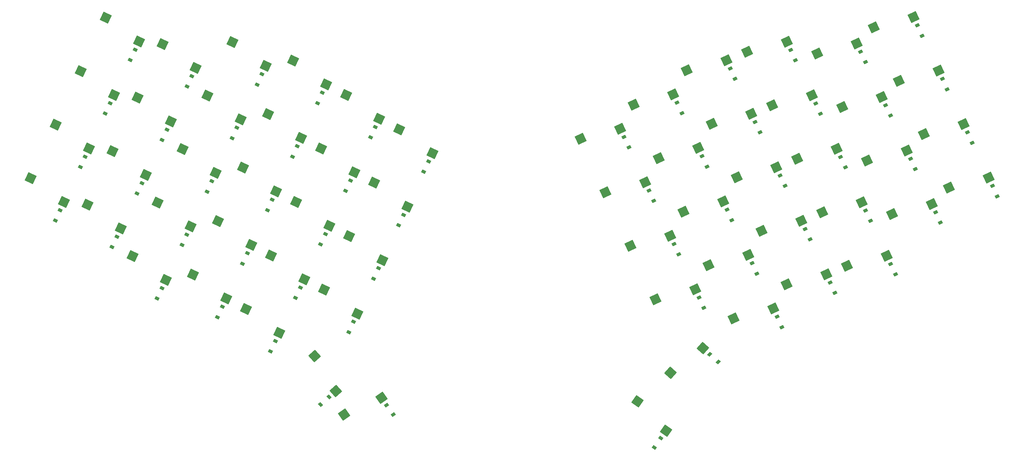
<source format=gbp>
%TF.GenerationSoftware,KiCad,Pcbnew,8.0.7*%
%TF.CreationDate,2024-12-23T04:42:48-05:00*%
%TF.ProjectId,choc,63686f63-2e6b-4696-9361-645f70636258,v1.0.0*%
%TF.SameCoordinates,Original*%
%TF.FileFunction,Paste,Bot*%
%TF.FilePolarity,Positive*%
%FSLAX46Y46*%
G04 Gerber Fmt 4.6, Leading zero omitted, Abs format (unit mm)*
G04 Created by KiCad (PCBNEW 8.0.7) date 2024-12-23 04:42:48*
%MOMM*%
%LPD*%
G01*
G04 APERTURE LIST*
G04 Aperture macros list*
%AMRotRect*
0 Rectangle, with rotation*
0 The origin of the aperture is its center*
0 $1 length*
0 $2 width*
0 $3 Rotation angle, in degrees counterclockwise*
0 Add horizontal line*
21,1,$1,$2,0,0,$3*%
G04 Aperture macros list end*
%ADD10RotRect,2.600000X2.600000X25.000000*%
%ADD11RotRect,0.900000X1.200000X115.000000*%
%ADD12RotRect,0.900000X1.200000X65.000000*%
%ADD13RotRect,2.600000X2.600000X335.000000*%
%ADD14RotRect,0.900000X1.200000X138.000000*%
%ADD15RotRect,0.900000X1.200000X55.000000*%
%ADD16RotRect,0.900000X1.200000X42.000000*%
%ADD17RotRect,2.600000X2.600000X325.000000*%
%ADD18RotRect,2.600000X2.600000X48.000000*%
%ADD19RotRect,0.900000X1.200000X125.000000*%
%ADD20RotRect,2.600000X2.600000X35.000000*%
%ADD21RotRect,2.600000X2.600000X312.000000*%
G04 APERTURE END LIST*
D10*
X257846357Y-127938426D03*
X269243974Y-125051062D03*
D11*
X293290956Y-176619976D03*
X291896316Y-173629156D03*
X347979662Y-123533766D03*
X346585022Y-120542946D03*
X286106447Y-161212747D03*
X284711807Y-158221927D03*
D10*
X324959566Y-144088273D03*
X336357183Y-141200909D03*
X283288931Y-97316940D03*
X294686548Y-94429576D03*
D12*
X138261142Y-158334178D03*
X139655782Y-155343358D03*
D10*
X265030873Y-143345659D03*
X276428490Y-140458295D03*
X242589365Y-137811325D03*
X253986982Y-134923961D03*
D13*
X168914991Y-150450408D03*
X178453086Y-157325526D03*
D11*
X286994421Y-120525385D03*
X285599781Y-117534565D03*
X308547950Y-166747080D03*
X307153310Y-163756260D03*
D10*
X265918848Y-102658298D03*
X277316465Y-99770934D03*
D12*
X146333625Y-183614312D03*
X147728265Y-180623492D03*
D13*
X106661901Y-156177717D03*
X116199996Y-163052835D03*
D10*
X312026975Y-158945869D03*
X323424592Y-156058505D03*
D13*
X152770025Y-99890148D03*
X162308120Y-106765266D03*
X183284016Y-119635949D03*
X192822111Y-126511067D03*
D11*
X355164175Y-138940999D03*
X353769535Y-135950179D03*
X338850635Y-146548130D03*
X337455995Y-143557310D03*
D10*
X297657954Y-128131400D03*
X309055571Y-125244036D03*
D13*
X84600271Y-118305768D03*
X94138366Y-125180886D03*
X121030923Y-125363249D03*
X130569018Y-132238367D03*
D10*
X280287863Y-133472765D03*
X291685480Y-130585401D03*
D12*
X153518143Y-168207080D03*
X154912783Y-165216260D03*
D10*
X250661850Y-112531197D03*
X262059467Y-109643833D03*
D13*
X138401001Y-130704615D03*
X147939096Y-137579733D03*
D12*
X107958464Y-138135230D03*
X109353104Y-135144410D03*
D13*
X124031986Y-161519078D03*
X133570081Y-168394196D03*
X93729303Y-141320127D03*
X103267398Y-148195245D03*
D12*
X142444587Y-106771126D03*
X143839227Y-103780306D03*
X128075564Y-137585591D03*
X129470204Y-134594771D03*
D13*
X128215433Y-109956019D03*
X137753528Y-116831137D03*
X77415766Y-133712995D03*
X86953861Y-140588113D03*
D11*
X297179992Y-99776789D03*
X295785352Y-96785969D03*
D12*
X145445652Y-142926950D03*
X146840292Y-139936130D03*
X167887160Y-137392610D03*
X169281800Y-134401790D03*
X168775133Y-178079974D03*
X170169773Y-175089154D03*
X190328665Y-131858280D03*
X191723305Y-128867460D03*
D13*
X139288983Y-171391978D03*
X148827078Y-178267096D03*
D11*
X279809910Y-105118152D03*
X278415270Y-102127332D03*
D13*
X153657999Y-140577512D03*
X163196094Y-147452630D03*
X91784788Y-102898534D03*
X101322883Y-109773652D03*
X146473492Y-155984749D03*
X156011587Y-162859867D03*
D11*
X340795151Y-108126541D03*
X339400511Y-105135721D03*
X249295924Y-124863948D03*
X247901284Y-121873128D03*
X333610642Y-92719305D03*
X332216002Y-89728485D03*
D14*
X274992429Y-186637637D03*
X272540049Y-184429505D03*
D10*
X256958386Y-168625790D03*
X268356003Y-165738426D03*
X341273106Y-136481153D03*
X352670723Y-133593789D03*
X319719580Y-90259452D03*
X331117197Y-87372088D03*
D13*
X160842511Y-125170276D03*
X170380606Y-132045394D03*
D11*
X271737429Y-130398279D03*
X270342789Y-127407459D03*
X331666121Y-131140898D03*
X330271481Y-128150078D03*
D10*
X326904086Y-105666688D03*
X338301703Y-102779324D03*
X279399899Y-174160124D03*
X290797516Y-171272760D03*
X317775062Y-128681045D03*
X329172679Y-125793681D03*
D15*
X256616324Y-211268761D03*
X258509126Y-208565561D03*
D13*
X100913817Y-125912895D03*
X110451912Y-132788013D03*
D12*
X115142979Y-122727999D03*
X116537619Y-119737179D03*
X98829435Y-115120868D03*
X100224075Y-112130048D03*
D11*
X256480429Y-140271180D03*
X255085789Y-137280360D03*
D16*
X160706879Y-198936684D03*
X163159261Y-196728552D03*
D10*
X303406037Y-97866578D03*
X314803654Y-94979214D03*
D11*
X311549015Y-130591255D03*
X310154375Y-127600435D03*
X318733530Y-145998490D03*
X317338890Y-143007670D03*
D12*
X175071672Y-121985379D03*
X176466312Y-118994559D03*
D17*
X251801091Y-198008821D03*
X260000426Y-206435763D03*
D10*
X249773880Y-153218560D03*
X261171497Y-150331196D03*
D12*
X135260077Y-122178356D03*
X136654717Y-119187536D03*
D11*
X278921939Y-145805511D03*
X277527299Y-142814691D03*
D12*
X159814675Y-112112481D03*
X161209315Y-109121661D03*
X152630160Y-127519714D03*
X154024800Y-124528894D03*
X120891051Y-152992826D03*
X122285691Y-150002006D03*
D10*
X235404854Y-122404094D03*
X246802471Y-119516730D03*
D13*
X98969294Y-87491300D03*
X108507389Y-94366418D03*
D12*
X122327484Y-107320765D03*
X123722124Y-104329945D03*
D10*
X294656889Y-164287226D03*
X306054506Y-161399862D03*
D12*
X113706546Y-168400054D03*
X115101186Y-165409234D03*
D11*
X317297103Y-100326431D03*
X315902463Y-97335611D03*
D13*
X108098324Y-110505662D03*
X117636419Y-117380780D03*
D10*
X290473447Y-112724175D03*
X301871064Y-109836811D03*
D11*
X324481613Y-115733668D03*
X323086973Y-112742848D03*
D13*
X168027018Y-109763044D03*
X177565113Y-116638162D03*
D10*
X287472380Y-148879994D03*
X298869997Y-145992630D03*
D13*
X131216499Y-146111843D03*
X140754594Y-152986961D03*
D10*
X334088600Y-121073914D03*
X345486217Y-118186550D03*
D11*
X270849452Y-171085646D03*
X269454812Y-168094826D03*
D18*
X261244492Y-189801000D03*
X270607873Y-182689764D03*
D10*
X304842464Y-143538638D03*
X316240081Y-140651274D03*
D11*
X301363440Y-151339850D03*
X299968800Y-148349030D03*
D12*
X160702649Y-152799847D03*
X162097289Y-149809027D03*
X131076633Y-173741411D03*
X132471273Y-170750591D03*
D19*
X181565836Y-201776072D03*
X179673030Y-199072870D03*
D12*
X175959643Y-162672742D03*
X177354283Y-159681922D03*
D11*
X264552916Y-114991048D03*
X263158276Y-112000228D03*
D13*
X135399942Y-94548788D03*
X144938037Y-101423906D03*
D11*
X304364507Y-115184027D03*
X302969867Y-112193207D03*
D20*
X167458660Y-201765751D03*
X178181732Y-196943077D03*
D11*
X263664946Y-155678411D03*
X262270306Y-152687591D03*
X294178931Y-135932618D03*
X292784291Y-132941798D03*
D13*
X115282837Y-95098429D03*
X124820932Y-101973547D03*
D12*
X91644921Y-130528101D03*
X93039561Y-127537281D03*
D10*
X272215383Y-158752890D03*
X283613000Y-155865526D03*
D11*
X325918036Y-161405721D03*
X324523396Y-158414901D03*
D12*
X100773954Y-153542463D03*
X102168594Y-150551643D03*
X183144151Y-147265507D03*
X184538791Y-144274687D03*
D13*
X145585520Y-115297383D03*
X155123615Y-122172501D03*
D12*
X106013945Y-99713641D03*
X107408585Y-96722821D03*
D10*
X273103358Y-118065529D03*
X284500975Y-115178165D03*
D13*
X176099502Y-135043174D03*
X185637597Y-141918292D03*
X113846412Y-140770485D03*
X123384507Y-147645603D03*
D10*
X310590545Y-113273812D03*
X321988162Y-110386448D03*
D13*
X161730480Y-165857641D03*
X171268575Y-172732759D03*
D12*
X84460412Y-145935336D03*
X85855052Y-142944516D03*
D21*
X158997894Y-184933403D03*
X165091437Y-194988811D03*
M02*

</source>
